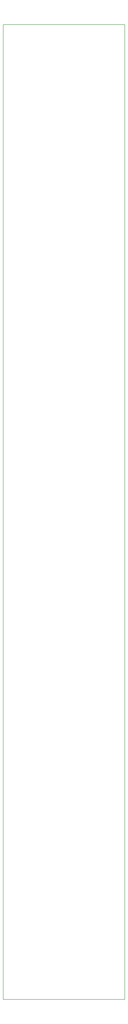
<source format=gbr>
%TF.GenerationSoftware,KiCad,Pcbnew,(6.0.9)*%
%TF.CreationDate,2022-11-19T22:55:32-05:00*%
%TF.ProjectId,Sensor_Board_2x16,53656e73-6f72-45f4-926f-6172645f3278,rev?*%
%TF.SameCoordinates,PX1728520PY19b87b58*%
%TF.FileFunction,Paste,Top*%
%TF.FilePolarity,Positive*%
%FSLAX46Y46*%
G04 Gerber Fmt 4.6, Leading zero omitted, Abs format (unit mm)*
G04 Created by KiCad (PCBNEW (6.0.9)) date 2022-11-19 22:55:32*
%MOMM*%
%LPD*%
G01*
G04 APERTURE LIST*
%TA.AperFunction,Profile*%
%ADD10C,0.200000*%
%TD*%
G04 APERTURE END LIST*
D10*
X0Y406400000D02*
X50800000Y406400000D01*
X50800000Y406400000D02*
X50800000Y0D01*
X50800000Y0D02*
X0Y0D01*
X0Y0D02*
X0Y406400000D01*
M02*

</source>
